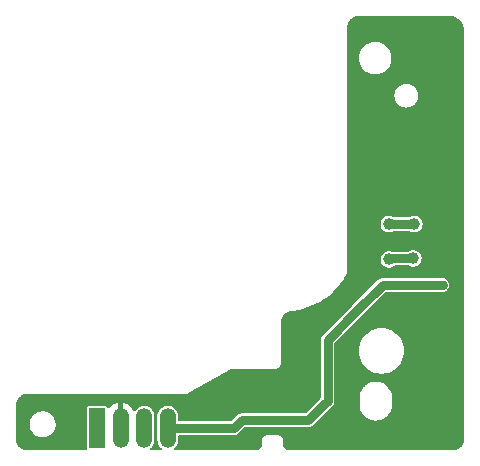
<source format=gbr>
%TF.GenerationSoftware,KiCad,Pcbnew,7.0.6*%
%TF.CreationDate,2023-09-27T22:25:32-07:00*%
%TF.ProjectId,procon_battery_pcb,70726f63-6f6e-45f6-9261-74746572795f,rev?*%
%TF.SameCoordinates,Original*%
%TF.FileFunction,Copper,L1,Top*%
%TF.FilePolarity,Positive*%
%FSLAX46Y46*%
G04 Gerber Fmt 4.6, Leading zero omitted, Abs format (unit mm)*
G04 Created by KiCad (PCBNEW 7.0.6) date 2023-09-27 22:25:32*
%MOMM*%
%LPD*%
G01*
G04 APERTURE LIST*
%TA.AperFunction,ComponentPad*%
%ADD10R,1.350000X3.350000*%
%TD*%
%TA.AperFunction,ComponentPad*%
%ADD11O,1.350000X3.350000*%
%TD*%
%TA.AperFunction,ViaPad*%
%ADD12C,1.000000*%
%TD*%
%TA.AperFunction,ViaPad*%
%ADD13C,0.750000*%
%TD*%
%TA.AperFunction,Conductor*%
%ADD14C,0.750000*%
%TD*%
G04 APERTURE END LIST*
D10*
%TO.P,J1,1,Pin_1*%
%TO.N,BATTERY_TS_TIEDOWN*%
X51607200Y-51130200D03*
D11*
%TO.P,J1,2,Pin_2*%
%TO.N,GND*%
X53607200Y-51130200D03*
%TO.P,J1,3,Pin_3*%
%TO.N,BATTERY_TS_SENSE*%
X55607200Y-51130200D03*
%TO.P,J1,4,Pin_4*%
%TO.N,BATTERY_POS*%
X57607200Y-51130200D03*
%TD*%
D12*
%TO.N,GND*%
X78486000Y-30835600D03*
X76250800Y-30861000D03*
%TO.N,unconnected-(U1-NC-Pad2)*%
X76327000Y-33858200D03*
X78486000Y-33858200D03*
%TO.N,BATTERY_POS*%
X76327000Y-36858200D03*
X78405459Y-36771345D03*
D13*
X80873600Y-39014400D03*
%TD*%
D14*
%TO.N,unconnected-(U1-NC-Pad2)*%
X78486000Y-33858200D02*
X76327000Y-33858200D01*
%TO.N,BATTERY_POS*%
X76413855Y-36771345D02*
X76327000Y-36858200D01*
X78405459Y-36771345D02*
X76413855Y-36771345D01*
X75793600Y-39014400D02*
X80873600Y-39014400D01*
X73583800Y-41224200D02*
X75793600Y-39014400D01*
X71145400Y-43662600D02*
X73583800Y-41224200D01*
X71145400Y-45085000D02*
X71145400Y-43662600D01*
X71145400Y-48818800D02*
X71145400Y-45085000D01*
X70840600Y-49123600D02*
X71145400Y-48818800D01*
X69494400Y-50469800D02*
X70840600Y-49123600D01*
X68072000Y-50469800D02*
X69494400Y-50469800D01*
X63195200Y-51130200D02*
X63779400Y-50546000D01*
X63855600Y-50469800D02*
X68072000Y-50469800D01*
X57607200Y-51130200D02*
X63195200Y-51130200D01*
X63779400Y-50546000D02*
X63855600Y-50469800D01*
%TD*%
%TA.AperFunction,Conductor*%
%TO.N,GND*%
G36*
X81448826Y-16210091D02*
G01*
X81454472Y-16210535D01*
X81503216Y-16214371D01*
X81640705Y-16226403D01*
X81658821Y-16229354D01*
X81737844Y-16248325D01*
X81846638Y-16277477D01*
X81854306Y-16280080D01*
X81925491Y-16309566D01*
X81939532Y-16315382D01*
X82036847Y-16360760D01*
X82043007Y-16364070D01*
X82110278Y-16405294D01*
X82122378Y-16412709D01*
X82125545Y-16414785D01*
X82210688Y-16474402D01*
X82215386Y-16478040D01*
X82286815Y-16539046D01*
X82290366Y-16542329D01*
X82359044Y-16611007D01*
X82363456Y-16615419D01*
X82366762Y-16618995D01*
X82427764Y-16690420D01*
X82431408Y-16695126D01*
X82490997Y-16780227D01*
X82493074Y-16783395D01*
X82541729Y-16862794D01*
X82545059Y-16868991D01*
X82590390Y-16966202D01*
X82625724Y-17051505D01*
X82628334Y-17059193D01*
X82657438Y-17167806D01*
X82676450Y-17246997D01*
X82679404Y-17265137D01*
X82691422Y-17402503D01*
X82695709Y-17456973D01*
X82695900Y-17461839D01*
X82695900Y-52026690D01*
X82695664Y-52032097D01*
X82691902Y-52075088D01*
X82679497Y-52201096D01*
X82675869Y-52221040D01*
X82657897Y-52288117D01*
X82629764Y-52380864D01*
X82623485Y-52397276D01*
X82591875Y-52465064D01*
X82590363Y-52468088D01*
X82545728Y-52551597D01*
X82541832Y-52557939D01*
X82495269Y-52624437D01*
X82492407Y-52628208D01*
X82433433Y-52700070D01*
X82429344Y-52704582D01*
X82371583Y-52762343D01*
X82367072Y-52766431D01*
X82295208Y-52825408D01*
X82291436Y-52828269D01*
X82224950Y-52874825D01*
X82218607Y-52878721D01*
X82135050Y-52923381D01*
X82132026Y-52924892D01*
X82064288Y-52956479D01*
X82047875Y-52962758D01*
X81955040Y-52990917D01*
X81888050Y-53008866D01*
X81868108Y-53012494D01*
X81742024Y-53024908D01*
X81712096Y-53027526D01*
X81699095Y-53028664D01*
X81693693Y-53028900D01*
X67879888Y-53028900D01*
X67872926Y-53028508D01*
X67848971Y-53025804D01*
X67771021Y-53015586D01*
X67746169Y-53009675D01*
X67719302Y-53000271D01*
X67710093Y-52997047D01*
X67706851Y-52995809D01*
X67654716Y-52974209D01*
X67636203Y-52964643D01*
X67600804Y-52942398D01*
X67600093Y-52941951D01*
X67595333Y-52938639D01*
X67548697Y-52902848D01*
X67542604Y-52897505D01*
X67508346Y-52863247D01*
X67502998Y-52857147D01*
X67498472Y-52851248D01*
X67467032Y-52810267D01*
X67463732Y-52805522D01*
X67462140Y-52802989D01*
X67441283Y-52769799D01*
X67431713Y-52751272D01*
X67409687Y-52698084D01*
X67408457Y-52694862D01*
X67400398Y-52671839D01*
X67396204Y-52659859D01*
X67390304Y-52635083D01*
X67379917Y-52556143D01*
X67377290Y-52532860D01*
X67376900Y-52525912D01*
X67376900Y-52311802D01*
X67384021Y-52287550D01*
X67377426Y-52237235D01*
X67376900Y-52229173D01*
X67376909Y-52173004D01*
X67374989Y-52164586D01*
X67376436Y-52141010D01*
X67365262Y-52114040D01*
X67358924Y-52094152D01*
X67354637Y-52075357D01*
X67351827Y-52063037D01*
X67341325Y-52041226D01*
X67337065Y-52015336D01*
X67322847Y-51996811D01*
X67309493Y-51975111D01*
X67302897Y-51961411D01*
X67279459Y-51932019D01*
X67268615Y-51905455D01*
X67254008Y-51894249D01*
X67237552Y-51878098D01*
X67237501Y-51878150D01*
X67227650Y-51868299D01*
X67227700Y-51868248D01*
X67211561Y-51851806D01*
X67204928Y-51843164D01*
X67200299Y-51842527D01*
X67173827Y-51826377D01*
X67144389Y-51802902D01*
X67130552Y-51796241D01*
X67108865Y-51782898D01*
X67097868Y-51774461D01*
X67096034Y-51774657D01*
X67064359Y-51764371D01*
X67062585Y-51763517D01*
X67042763Y-51753973D01*
X67042761Y-51753972D01*
X67011293Y-51746795D01*
X66991427Y-51740465D01*
X66974196Y-51733329D01*
X66940312Y-51730605D01*
X66932797Y-51728891D01*
X66932796Y-51728891D01*
X66876676Y-51728899D01*
X66868572Y-51728369D01*
X66829759Y-51723262D01*
X66793322Y-51728900D01*
X66159405Y-51728900D01*
X66134879Y-51721698D01*
X66084232Y-51728369D01*
X66076128Y-51728900D01*
X66020004Y-51728900D01*
X66012479Y-51730618D01*
X65988710Y-51729160D01*
X65961381Y-51740482D01*
X65941520Y-51746812D01*
X65910050Y-51753995D01*
X65888533Y-51764357D01*
X65862595Y-51768627D01*
X65843980Y-51782912D01*
X65822296Y-51796256D01*
X65808434Y-51802931D01*
X65808427Y-51802936D01*
X65779134Y-51826296D01*
X65752564Y-51837143D01*
X65741329Y-51851784D01*
X65725134Y-51868286D01*
X65725178Y-51868330D01*
X65720546Y-51872961D01*
X65720283Y-51873230D01*
X65720258Y-51873249D01*
X65720252Y-51873255D01*
X65720233Y-51873280D01*
X65719964Y-51873543D01*
X65715330Y-51878178D01*
X65715286Y-51878134D01*
X65698785Y-51894328D01*
X65690091Y-51900999D01*
X65689449Y-51905662D01*
X65673298Y-51932134D01*
X65649933Y-51961431D01*
X65649931Y-51961435D01*
X65643252Y-51975304D01*
X65629908Y-51996987D01*
X65621444Y-52008016D01*
X65621642Y-52009864D01*
X65611351Y-52041548D01*
X65600996Y-52063050D01*
X65593811Y-52094530D01*
X65587480Y-52114393D01*
X65580332Y-52131646D01*
X65577608Y-52165515D01*
X65575901Y-52172993D01*
X65575899Y-52173009D01*
X65575899Y-52229119D01*
X65575367Y-52237223D01*
X65570262Y-52275976D01*
X65575900Y-52312435D01*
X65575900Y-52525914D01*
X65575510Y-52532863D01*
X65572915Y-52555887D01*
X65562482Y-52635178D01*
X65556584Y-52659955D01*
X65544541Y-52694374D01*
X65543301Y-52697623D01*
X65520989Y-52751492D01*
X65511422Y-52770013D01*
X65489390Y-52805076D01*
X65486080Y-52809836D01*
X65449514Y-52857491D01*
X65444160Y-52863596D01*
X65410601Y-52897155D01*
X65404496Y-52902509D01*
X65356824Y-52939088D01*
X65352064Y-52942398D01*
X65317025Y-52964415D01*
X65298502Y-52973983D01*
X65244588Y-52996312D01*
X65241340Y-52997552D01*
X65206960Y-53009582D01*
X65182183Y-53015480D01*
X65102855Y-53025919D01*
X65096719Y-53026610D01*
X65079858Y-53028510D01*
X65072916Y-53028900D01*
X58239053Y-53028900D01*
X58172014Y-53009215D01*
X58126259Y-52956411D01*
X58116315Y-52887253D01*
X58145340Y-52823697D01*
X58158777Y-52810392D01*
X58192351Y-52781873D01*
X58246557Y-52735831D01*
X58361802Y-52584229D01*
X58441762Y-52411397D01*
X58482700Y-52225416D01*
X58482700Y-51829700D01*
X58502385Y-51762661D01*
X58555189Y-51716906D01*
X58606700Y-51705700D01*
X63153419Y-51705700D01*
X63161517Y-51706230D01*
X63181934Y-51708918D01*
X63195199Y-51710665D01*
X63195200Y-51710665D01*
X63230985Y-51705954D01*
X63231009Y-51705951D01*
X63232915Y-51705700D01*
X63232920Y-51705700D01*
X63345436Y-51690887D01*
X63485433Y-51632898D01*
X63517668Y-51608163D01*
X63575468Y-51563812D01*
X63575467Y-51563812D01*
X63583560Y-51557603D01*
X63583564Y-51557598D01*
X63605651Y-51540651D01*
X63626338Y-51513689D01*
X63631680Y-51507598D01*
X64057660Y-51081619D01*
X64118984Y-51048134D01*
X64145342Y-51045300D01*
X68034280Y-51045300D01*
X69452619Y-51045300D01*
X69460717Y-51045830D01*
X69478213Y-51048134D01*
X69494399Y-51050265D01*
X69494400Y-51050265D01*
X69530185Y-51045554D01*
X69530209Y-51045551D01*
X69532115Y-51045300D01*
X69532120Y-51045300D01*
X69644636Y-51030487D01*
X69784633Y-50972498D01*
X69844881Y-50926268D01*
X69874668Y-50903412D01*
X69874668Y-50903411D01*
X69882761Y-50897202D01*
X69882764Y-50897198D01*
X69904851Y-50880251D01*
X69925538Y-50853289D01*
X69930880Y-50847198D01*
X71274212Y-49503868D01*
X71522798Y-49255280D01*
X71528896Y-49249934D01*
X71551804Y-49232356D01*
X71555851Y-49229251D01*
X71572794Y-49207170D01*
X71572805Y-49207158D01*
X71644543Y-49113666D01*
X73843793Y-49113666D01*
X73843869Y-49115390D01*
X73843869Y-49232355D01*
X73863847Y-49352081D01*
X73863803Y-49352441D01*
X73864251Y-49354506D01*
X73881389Y-49457205D01*
X73923394Y-49579559D01*
X73923438Y-49580550D01*
X73925420Y-49585460D01*
X73955403Y-49672797D01*
X73955409Y-49672811D01*
X74020487Y-49793066D01*
X74020871Y-49794867D01*
X74021423Y-49795655D01*
X74025164Y-49801710D01*
X74063893Y-49873274D01*
X74063897Y-49873281D01*
X74063899Y-49873283D01*
X74063900Y-49873285D01*
X74148805Y-49982371D01*
X74152284Y-49986840D01*
X74153325Y-49989479D01*
X74155172Y-49991326D01*
X74160255Y-49997082D01*
X74173633Y-50014269D01*
X74181311Y-50024134D01*
X74183171Y-50026653D01*
X74202949Y-50054898D01*
X74214319Y-50062753D01*
X74215830Y-50064143D01*
X74314992Y-50155429D01*
X74316938Y-50158668D01*
X74320117Y-50160894D01*
X74326551Y-50166069D01*
X74344117Y-50182240D01*
X74368908Y-50205062D01*
X74377404Y-50213558D01*
X74389308Y-50219115D01*
X74502721Y-50293212D01*
X74503905Y-50293985D01*
X74506937Y-50297538D01*
X74507323Y-50297718D01*
X74522740Y-50306291D01*
X74562461Y-50332242D01*
X74569748Y-50336186D01*
X74575805Y-50339928D01*
X74576232Y-50340227D01*
X74588177Y-50343521D01*
X74713559Y-50398519D01*
X74717776Y-50402064D01*
X74718612Y-50402288D01*
X74736324Y-50408505D01*
X74771214Y-50423809D01*
X74774101Y-50424540D01*
X74792614Y-50431133D01*
X74805199Y-50432416D01*
X74937939Y-50466031D01*
X74943353Y-50469229D01*
X74944431Y-50469324D01*
X74964068Y-50472647D01*
X74992184Y-50479767D01*
X74992187Y-50479767D01*
X74992193Y-50479769D01*
X75003645Y-50480717D01*
X75022534Y-50484003D01*
X75034072Y-50483239D01*
X75170548Y-50494547D01*
X75177101Y-50497076D01*
X75178238Y-50496977D01*
X75199287Y-50496929D01*
X75215939Y-50498308D01*
X75219368Y-50498593D01*
X75219369Y-50498593D01*
X75219370Y-50498593D01*
X75222297Y-50498350D01*
X75239450Y-50496929D01*
X75258010Y-50496971D01*
X75268183Y-50494548D01*
X75404662Y-50483239D01*
X75412215Y-50484793D01*
X75413237Y-50484520D01*
X75435088Y-50480718D01*
X75446545Y-50479769D01*
X75474670Y-50472646D01*
X75492198Y-50469680D01*
X75500798Y-50466031D01*
X75633536Y-50432416D01*
X75641881Y-50432729D01*
X75642655Y-50432369D01*
X75664624Y-50424544D01*
X75667521Y-50423810D01*
X75667522Y-50423809D01*
X75667524Y-50423809D01*
X75702413Y-50408505D01*
X75718266Y-50402939D01*
X75725174Y-50398520D01*
X75850555Y-50343523D01*
X75859421Y-50342384D01*
X75862927Y-50339930D01*
X75868992Y-50336183D01*
X75876273Y-50332242D01*
X75876278Y-50332241D01*
X75916006Y-50306285D01*
X75929616Y-50298716D01*
X75934830Y-50293987D01*
X75934833Y-50293985D01*
X76049427Y-50219117D01*
X76058515Y-50216374D01*
X76069808Y-50205081D01*
X76112191Y-50166065D01*
X76118625Y-50160889D01*
X76120460Y-50159603D01*
X76123745Y-50155429D01*
X76128402Y-50151142D01*
X76224416Y-50062754D01*
X76233387Y-50058327D01*
X76255557Y-50026665D01*
X76257403Y-50024163D01*
X76278494Y-49997067D01*
X76283575Y-49991315D01*
X76284540Y-49990349D01*
X76286451Y-49986843D01*
X76374838Y-49873285D01*
X76413588Y-49801679D01*
X76417325Y-49795635D01*
X76417406Y-49795518D01*
X76418250Y-49793066D01*
X76483332Y-49672805D01*
X76513322Y-49585448D01*
X76515097Y-49581047D01*
X76515344Y-49579558D01*
X76557348Y-49457204D01*
X76557349Y-49457202D01*
X76574489Y-49354488D01*
X76574892Y-49352628D01*
X76574890Y-49352084D01*
X76594869Y-49232356D01*
X76594869Y-49118379D01*
X76594869Y-49117879D01*
X76594869Y-49115378D01*
X76594937Y-49113805D01*
X76594869Y-49113409D01*
X76594869Y-48619805D01*
X76594931Y-48619590D01*
X76594931Y-48587103D01*
X76595759Y-48584281D01*
X76595167Y-48577513D01*
X76594931Y-48572105D01*
X76594929Y-48454403D01*
X76594928Y-48454398D01*
X76575707Y-48339219D01*
X76575819Y-48338288D01*
X76574656Y-48332920D01*
X76564185Y-48270177D01*
X76557406Y-48229555D01*
X76516221Y-48109594D01*
X76516160Y-48108235D01*
X76516011Y-48107915D01*
X76513559Y-48101838D01*
X76483388Y-48013955D01*
X76483388Y-48013954D01*
X76483384Y-48013946D01*
X76419080Y-47895125D01*
X76418624Y-47892991D01*
X76417592Y-47891517D01*
X76413857Y-47885473D01*
X76374889Y-47813468D01*
X76287187Y-47700791D01*
X76286061Y-47697936D01*
X76283843Y-47695718D01*
X76278752Y-47689954D01*
X76256851Y-47661816D01*
X76254989Y-47659295D01*
X76235625Y-47631640D01*
X76224178Y-47623732D01*
X76124372Y-47531855D01*
X76122345Y-47528482D01*
X76118891Y-47526064D01*
X76112455Y-47520886D01*
X76069058Y-47480936D01*
X76061148Y-47473027D01*
X76049160Y-47467429D01*
X75935336Y-47393065D01*
X75932233Y-47389430D01*
X75931644Y-47389155D01*
X75916232Y-47380584D01*
X75876311Y-47354503D01*
X75868749Y-47350410D01*
X75862694Y-47346669D01*
X75862326Y-47346411D01*
X75850284Y-47343088D01*
X75725558Y-47288379D01*
X75721282Y-47284785D01*
X75720308Y-47284524D01*
X75702597Y-47278307D01*
X75685975Y-47271016D01*
X75667563Y-47262940D01*
X75667561Y-47262939D01*
X75664499Y-47262164D01*
X75645923Y-47255547D01*
X75633278Y-47254258D01*
X75560898Y-47235929D01*
X75501079Y-47220780D01*
X75495620Y-47217555D01*
X75494450Y-47217453D01*
X75474822Y-47214131D01*
X75446578Y-47206979D01*
X75446580Y-47206979D01*
X75434991Y-47206019D01*
X75416022Y-47202719D01*
X75404428Y-47203486D01*
X75268383Y-47192213D01*
X75261798Y-47189672D01*
X75260603Y-47189777D01*
X75239564Y-47189825D01*
X75219402Y-47188155D01*
X75199213Y-47189827D01*
X75180580Y-47189783D01*
X75170354Y-47192218D01*
X75034186Y-47203501D01*
X75026614Y-47201943D01*
X75025558Y-47202226D01*
X75003714Y-47206026D01*
X74992221Y-47206978D01*
X74964028Y-47214118D01*
X74946432Y-47217095D01*
X74937796Y-47220761D01*
X74805255Y-47254324D01*
X74796906Y-47254010D01*
X74796122Y-47254376D01*
X74774163Y-47262198D01*
X74771242Y-47262937D01*
X74736309Y-47278260D01*
X74720413Y-47283839D01*
X74713483Y-47288272D01*
X74588199Y-47343227D01*
X74579324Y-47344367D01*
X74575803Y-47346833D01*
X74569756Y-47350570D01*
X74562485Y-47354505D01*
X74522758Y-47380460D01*
X74509108Y-47388051D01*
X74503878Y-47392795D01*
X74389298Y-47467652D01*
X74380214Y-47470393D01*
X74368839Y-47481769D01*
X74326573Y-47520676D01*
X74320138Y-47525853D01*
X74318302Y-47527138D01*
X74315019Y-47531313D01*
X74214305Y-47624025D01*
X74205339Y-47628449D01*
X74183109Y-47660198D01*
X74181246Y-47662719D01*
X74160298Y-47689631D01*
X74155210Y-47695393D01*
X74154258Y-47696344D01*
X74152356Y-47699836D01*
X74063914Y-47813464D01*
X74063909Y-47813471D01*
X74025195Y-47885008D01*
X74021453Y-47891063D01*
X74021401Y-47891136D01*
X74020573Y-47893547D01*
X73955414Y-48013946D01*
X73925446Y-48101239D01*
X73923712Y-48105534D01*
X73923474Y-48106980D01*
X73881394Y-48229551D01*
X73864260Y-48332219D01*
X73863891Y-48333917D01*
X73863894Y-48334416D01*
X73843870Y-48454399D01*
X73843869Y-48568277D01*
X73843869Y-48571367D01*
X73843809Y-48572719D01*
X73843869Y-48573059D01*
X73843869Y-49113410D01*
X73843793Y-49113666D01*
X71644543Y-49113666D01*
X71648098Y-49109033D01*
X71662660Y-49073877D01*
X71706087Y-48969036D01*
X71708664Y-48949462D01*
X71720900Y-48856520D01*
X71720900Y-48856519D01*
X71721151Y-48854613D01*
X71721154Y-48854585D01*
X71725865Y-48818800D01*
X71725865Y-48818799D01*
X71721431Y-48785121D01*
X71720900Y-48777019D01*
X71720900Y-44596218D01*
X73782819Y-44596218D01*
X73802434Y-44870481D01*
X73860878Y-45139142D01*
X73956972Y-45396780D01*
X74088739Y-45638094D01*
X74088744Y-45638102D01*
X74253513Y-45858208D01*
X74253529Y-45858226D01*
X74447935Y-46052632D01*
X74447953Y-46052648D01*
X74668059Y-46217417D01*
X74668067Y-46217422D01*
X74909381Y-46349189D01*
X74909385Y-46349190D01*
X74909388Y-46349192D01*
X75167011Y-46445281D01*
X75167017Y-46445282D01*
X75167019Y-46445283D01*
X75435680Y-46503727D01*
X75435682Y-46503727D01*
X75435686Y-46503728D01*
X75679409Y-46521159D01*
X75709944Y-46523343D01*
X75709945Y-46523343D01*
X75709946Y-46523343D01*
X75737421Y-46521377D01*
X75984204Y-46503728D01*
X76252879Y-46445281D01*
X76510502Y-46349192D01*
X76510506Y-46349189D01*
X76510508Y-46349189D01*
X76631165Y-46283305D01*
X76751828Y-46217419D01*
X76971944Y-46052642D01*
X77166370Y-45858216D01*
X77331147Y-45638100D01*
X77462920Y-45396774D01*
X77559009Y-45139151D01*
X77617456Y-44870476D01*
X77637071Y-44596217D01*
X77617456Y-44321958D01*
X77559009Y-44053283D01*
X77462920Y-43795660D01*
X77462918Y-43795657D01*
X77462917Y-43795653D01*
X77331150Y-43554339D01*
X77331145Y-43554331D01*
X77166376Y-43334225D01*
X77166360Y-43334207D01*
X76971954Y-43139801D01*
X76971936Y-43139785D01*
X76751830Y-42975016D01*
X76751822Y-42975011D01*
X76510508Y-42843244D01*
X76407452Y-42804806D01*
X76252879Y-42747153D01*
X76252876Y-42747152D01*
X76252870Y-42747150D01*
X75984209Y-42688706D01*
X75709946Y-42669091D01*
X75709944Y-42669091D01*
X75435680Y-42688706D01*
X75167019Y-42747150D01*
X74909381Y-42843244D01*
X74668067Y-42975011D01*
X74668059Y-42975016D01*
X74447953Y-43139785D01*
X74447935Y-43139801D01*
X74253529Y-43334207D01*
X74253513Y-43334225D01*
X74088744Y-43554331D01*
X74088739Y-43554339D01*
X73956972Y-43795653D01*
X73860878Y-44053291D01*
X73802434Y-44321952D01*
X73782819Y-44596215D01*
X73782819Y-44596218D01*
X71720900Y-44596218D01*
X71720900Y-43952342D01*
X71740585Y-43885303D01*
X71757219Y-43864661D01*
X75995661Y-39626219D01*
X76056984Y-39592734D01*
X76083342Y-39589900D01*
X80831814Y-39589900D01*
X80839911Y-39590430D01*
X80873600Y-39594866D01*
X80873601Y-39594866D01*
X80923678Y-39588273D01*
X81023836Y-39575087D01*
X81163833Y-39517098D01*
X81284051Y-39424851D01*
X81376298Y-39304633D01*
X81434287Y-39164636D01*
X81454066Y-39014400D01*
X81434287Y-38864164D01*
X81376298Y-38724167D01*
X81284051Y-38603949D01*
X81163833Y-38511702D01*
X81163829Y-38511700D01*
X81023836Y-38453713D01*
X81023834Y-38453712D01*
X80873601Y-38433934D01*
X80873600Y-38433934D01*
X80839911Y-38438369D01*
X80831814Y-38438900D01*
X75835381Y-38438900D01*
X75827282Y-38438369D01*
X75806865Y-38435681D01*
X75793601Y-38433935D01*
X75793599Y-38433935D01*
X75758254Y-38438588D01*
X75758225Y-38438590D01*
X75622037Y-38456519D01*
X75621230Y-38457667D01*
X75591457Y-38475213D01*
X75503366Y-38511702D01*
X75414445Y-38579933D01*
X75414424Y-38579949D01*
X75383148Y-38603950D01*
X75362461Y-38630907D01*
X75357110Y-38637008D01*
X73203532Y-40790588D01*
X70768008Y-43226110D01*
X70761907Y-43231461D01*
X70734950Y-43252148D01*
X70710949Y-43283424D01*
X70710934Y-43283445D01*
X70671975Y-43334218D01*
X70642700Y-43372369D01*
X70584713Y-43512363D01*
X70584713Y-43512364D01*
X70569357Y-43629006D01*
X70569355Y-43629019D01*
X70564935Y-43662600D01*
X70569369Y-43696278D01*
X70569900Y-43704380D01*
X70569900Y-48529056D01*
X70550215Y-48596095D01*
X70533582Y-48616736D01*
X70516974Y-48633345D01*
X70460332Y-48689988D01*
X69868682Y-49281638D01*
X69292339Y-49857981D01*
X69231016Y-49891466D01*
X69204658Y-49894300D01*
X63897381Y-49894300D01*
X63889282Y-49893769D01*
X63868865Y-49891081D01*
X63855601Y-49889335D01*
X63855600Y-49889335D01*
X63851298Y-49889901D01*
X63822019Y-49893755D01*
X63822006Y-49893757D01*
X63817881Y-49894300D01*
X63817880Y-49894300D01*
X63705364Y-49909113D01*
X63705363Y-49909113D01*
X63576202Y-49962614D01*
X63565365Y-49967102D01*
X63476445Y-50035333D01*
X63476424Y-50035349D01*
X63445148Y-50059350D01*
X63424462Y-50086306D01*
X63419111Y-50092407D01*
X63381692Y-50129828D01*
X63381690Y-50129829D01*
X62993139Y-50518381D01*
X62931816Y-50551866D01*
X62905458Y-50554700D01*
X58606700Y-50554700D01*
X58539661Y-50535015D01*
X58493906Y-50482211D01*
X58482700Y-50430700D01*
X58482700Y-50082741D01*
X58482700Y-50082735D01*
X58467273Y-49940884D01*
X58406467Y-49760420D01*
X58308289Y-49597246D01*
X58177329Y-49458993D01*
X58177328Y-49458992D01*
X58177327Y-49458991D01*
X58019706Y-49352122D01*
X57842806Y-49281638D01*
X57717761Y-49261139D01*
X57654878Y-49250830D01*
X57654875Y-49250830D01*
X57464723Y-49261139D01*
X57323662Y-49300305D01*
X57281233Y-49312086D01*
X57281232Y-49312086D01*
X57281230Y-49312087D01*
X57281227Y-49312088D01*
X57112982Y-49401287D01*
X57112979Y-49401288D01*
X56967843Y-49524568D01*
X56852596Y-49676173D01*
X56852595Y-49676174D01*
X56772636Y-49849006D01*
X56731700Y-50034983D01*
X56731700Y-52177666D01*
X56742392Y-52275976D01*
X56747127Y-52319516D01*
X56796168Y-52465064D01*
X56807934Y-52499982D01*
X56862004Y-52589847D01*
X56906111Y-52663154D01*
X57037071Y-52801407D01*
X57037746Y-52801865D01*
X57038336Y-52802265D01*
X57038933Y-52802989D01*
X57042196Y-52805761D01*
X57041699Y-52806345D01*
X57082778Y-52856179D01*
X57091018Y-52925561D01*
X57060438Y-52988383D01*
X57000749Y-53024700D01*
X56968751Y-53028900D01*
X56239053Y-53028900D01*
X56172014Y-53009215D01*
X56126259Y-52956411D01*
X56116315Y-52887253D01*
X56145340Y-52823697D01*
X56158777Y-52810392D01*
X56192351Y-52781873D01*
X56246557Y-52735831D01*
X56361802Y-52584229D01*
X56441762Y-52411397D01*
X56482700Y-52225416D01*
X56482700Y-50082735D01*
X56467273Y-49940884D01*
X56406467Y-49760420D01*
X56308289Y-49597246D01*
X56177329Y-49458993D01*
X56177328Y-49458992D01*
X56177327Y-49458991D01*
X56019706Y-49352122D01*
X55842806Y-49281638D01*
X55717761Y-49261139D01*
X55654878Y-49250830D01*
X55654875Y-49250830D01*
X55464723Y-49261139D01*
X55323662Y-49300305D01*
X55281233Y-49312086D01*
X55281232Y-49312086D01*
X55281230Y-49312087D01*
X55281227Y-49312088D01*
X55112982Y-49401287D01*
X55112979Y-49401288D01*
X54967842Y-49524569D01*
X54877372Y-49643580D01*
X54821131Y-49685037D01*
X54751404Y-49689506D01*
X54690330Y-49655569D01*
X54667657Y-49623809D01*
X54610485Y-49508993D01*
X54479254Y-49335214D01*
X54318331Y-49188514D01*
X54133187Y-49073877D01*
X54133185Y-49073876D01*
X53930131Y-48995213D01*
X53930121Y-48995210D01*
X53857201Y-48981578D01*
X53857199Y-48981579D01*
X53857199Y-50814513D01*
X53845245Y-50802559D01*
X53732348Y-50745035D01*
X53638681Y-50730200D01*
X53575719Y-50730200D01*
X53482052Y-50745035D01*
X53369155Y-50802559D01*
X53357200Y-50814514D01*
X53357200Y-48981579D01*
X53357198Y-48981578D01*
X53284278Y-48995210D01*
X53284268Y-48995213D01*
X53081214Y-49073876D01*
X53081212Y-49073877D01*
X52896069Y-49188514D01*
X52896068Y-49188514D01*
X52735144Y-49335215D01*
X52684026Y-49402905D01*
X52627917Y-49444540D01*
X52558205Y-49449231D01*
X52497023Y-49415488D01*
X52478063Y-49386981D01*
X52477852Y-49387123D01*
X52426752Y-49310647D01*
X52360430Y-49266332D01*
X52360429Y-49266331D01*
X52301952Y-49254700D01*
X52301948Y-49254700D01*
X50912452Y-49254700D01*
X50912447Y-49254700D01*
X50853970Y-49266331D01*
X50853969Y-49266332D01*
X50787647Y-49310647D01*
X50743332Y-49376969D01*
X50743331Y-49376970D01*
X50731700Y-49435447D01*
X50731700Y-52824952D01*
X50742791Y-52880709D01*
X50736564Y-52950300D01*
X50693701Y-53005478D01*
X50627811Y-53028722D01*
X50621174Y-53028900D01*
X45749110Y-53028900D01*
X45743698Y-53028663D01*
X45698844Y-53024735D01*
X45575193Y-53012605D01*
X45555198Y-53008970D01*
X45485284Y-52990232D01*
X45395466Y-52962981D01*
X45379056Y-52956701D01*
X45309476Y-52924251D01*
X45306453Y-52922739D01*
X45224733Y-52879055D01*
X45218393Y-52875160D01*
X45150640Y-52827717D01*
X45146868Y-52824854D01*
X45076232Y-52766881D01*
X45071733Y-52762803D01*
X45013051Y-52704121D01*
X45008971Y-52699619D01*
X44950822Y-52628757D01*
X44947962Y-52624988D01*
X44934267Y-52605431D01*
X44900779Y-52557607D01*
X44896883Y-52551264D01*
X44852766Y-52468717D01*
X44851256Y-52465698D01*
X44819251Y-52397072D01*
X44812968Y-52380651D01*
X44785093Y-52288746D01*
X44766918Y-52220934D01*
X44763295Y-52201024D01*
X44750932Y-52075442D01*
X44747137Y-52032104D01*
X44746900Y-52026692D01*
X44746900Y-50808722D01*
X45910680Y-50808722D01*
X45929497Y-51011804D01*
X45985312Y-51207969D01*
X45985317Y-51207982D01*
X46076222Y-51390543D01*
X46199132Y-51553303D01*
X46349853Y-51690702D01*
X46349855Y-51690704D01*
X46475706Y-51768627D01*
X46523258Y-51798070D01*
X46554758Y-51810273D01*
X46557822Y-51811566D01*
X46557897Y-51811592D01*
X46557899Y-51811593D01*
X46558916Y-51811945D01*
X46560394Y-51812457D01*
X46638780Y-51842823D01*
X46713439Y-51871746D01*
X46746290Y-51877887D01*
X46749503Y-51878576D01*
X46755965Y-51880144D01*
X46755970Y-51880146D01*
X46755974Y-51880146D01*
X46755976Y-51880147D01*
X46766388Y-51881644D01*
X46793591Y-51886729D01*
X46913919Y-51909222D01*
X46913921Y-51909222D01*
X46949332Y-51909222D01*
X46957538Y-51909808D01*
X46957544Y-51909694D01*
X46963432Y-51909974D01*
X46963436Y-51909975D01*
X46963439Y-51909974D01*
X46963443Y-51909975D01*
X46971849Y-51909575D01*
X46971859Y-51909577D01*
X46977833Y-51909292D01*
X46980786Y-51909222D01*
X47117870Y-51909222D01*
X47117871Y-51909222D01*
X47161093Y-51901142D01*
X47169541Y-51900157D01*
X47172797Y-51900002D01*
X47172799Y-51900001D01*
X47174676Y-51899912D01*
X47174722Y-51899907D01*
X47207809Y-51898330D01*
X47238189Y-51886730D01*
X47318351Y-51871746D01*
X47363276Y-51854341D01*
X47371040Y-51851908D01*
X47376488Y-51850587D01*
X47376491Y-51850585D01*
X47379235Y-51849920D01*
X47379265Y-51849912D01*
X47408481Y-51842823D01*
X47434894Y-51826597D01*
X47496059Y-51802902D01*
X47508530Y-51798071D01*
X47508535Y-51798068D01*
X47553139Y-51770450D01*
X47559987Y-51766786D01*
X47567146Y-51763517D01*
X47567149Y-51763514D01*
X47571470Y-51761542D01*
X47573423Y-51760650D01*
X47574677Y-51760469D01*
X47577924Y-51758594D01*
X47595140Y-51750732D01*
X47616923Y-51730956D01*
X47681936Y-51690703D01*
X47723948Y-51652403D01*
X47729704Y-51647758D01*
X47737880Y-51641937D01*
X47737884Y-51641932D01*
X47737972Y-51641870D01*
X47740801Y-51640890D01*
X47747517Y-51635072D01*
X47761191Y-51625334D01*
X47777948Y-51603175D01*
X47832659Y-51553301D01*
X47869586Y-51504400D01*
X47874173Y-51499000D01*
X47877102Y-51495925D01*
X47878179Y-51494796D01*
X47882197Y-51492474D01*
X47890694Y-51481671D01*
X47900734Y-51471141D01*
X47912350Y-51447772D01*
X47955568Y-51390543D01*
X47982717Y-51336019D01*
X47990234Y-51327911D01*
X47991436Y-51324909D01*
X48002237Y-51303957D01*
X48008888Y-51293606D01*
X48015502Y-51270177D01*
X48046477Y-51207972D01*
X48063493Y-51148165D01*
X48070238Y-51137472D01*
X48071491Y-51130975D01*
X48078135Y-51108348D01*
X48081842Y-51099087D01*
X48083843Y-51076643D01*
X48102292Y-51011805D01*
X48109263Y-50936567D01*
X48110112Y-50930602D01*
X48113405Y-50913521D01*
X48113405Y-50913516D01*
X48117074Y-50894480D01*
X48115068Y-50873917D01*
X48121110Y-50808722D01*
X48115068Y-50743526D01*
X48118075Y-50728155D01*
X48110115Y-50686854D01*
X48109263Y-50680870D01*
X48102292Y-50605639D01*
X48083843Y-50540798D01*
X48083986Y-50523708D01*
X48078134Y-50509091D01*
X48071492Y-50486468D01*
X48071047Y-50484162D01*
X48063494Y-50469280D01*
X48046477Y-50409472D01*
X48046476Y-50409469D01*
X48046475Y-50409466D01*
X48015503Y-50347268D01*
X48012260Y-50329081D01*
X48002237Y-50313484D01*
X47991786Y-50293212D01*
X47982719Y-50281427D01*
X47955568Y-50226901D01*
X47955565Y-50226897D01*
X47955564Y-50226895D01*
X47912351Y-50169671D01*
X47905351Y-50151142D01*
X47890692Y-50135769D01*
X47884039Y-50127310D01*
X47878211Y-50122679D01*
X47874194Y-50118466D01*
X47869587Y-50113044D01*
X47846704Y-50082741D01*
X47832661Y-50064144D01*
X47832659Y-50064142D01*
X47777950Y-50014269D01*
X47766996Y-49996241D01*
X47747518Y-49982371D01*
X47742264Y-49977818D01*
X47737960Y-49975564D01*
X47729727Y-49969700D01*
X47723919Y-49965013D01*
X47697449Y-49940883D01*
X47681936Y-49926741D01*
X47681929Y-49926737D01*
X47681927Y-49926735D01*
X47616924Y-49886487D01*
X47602008Y-49869846D01*
X47577924Y-49858848D01*
X47575428Y-49857407D01*
X47573481Y-49856819D01*
X47559999Y-49850662D01*
X47553109Y-49846975D01*
X47508532Y-49819374D01*
X47447306Y-49795655D01*
X47434888Y-49790844D01*
X47416215Y-49776494D01*
X47376159Y-49766777D01*
X47374111Y-49766280D01*
X47371050Y-49765537D01*
X47363265Y-49763097D01*
X47332540Y-49751195D01*
X47318351Y-49745698D01*
X47318342Y-49745696D01*
X47318341Y-49745696D01*
X47238179Y-49730710D01*
X47216142Y-49719505D01*
X47169536Y-49717285D01*
X47161086Y-49716299D01*
X47117875Y-49708222D01*
X47117871Y-49708222D01*
X46980729Y-49708222D01*
X46977779Y-49708152D01*
X46963435Y-49707468D01*
X46957544Y-49707750D01*
X46957538Y-49707635D01*
X46949332Y-49708222D01*
X46913919Y-49708222D01*
X46870711Y-49716299D01*
X46766386Y-49735800D01*
X46755967Y-49737298D01*
X46749488Y-49738870D01*
X46746268Y-49739561D01*
X46713443Y-49745697D01*
X46713433Y-49745699D01*
X46560391Y-49804988D01*
X46557810Y-49805881D01*
X46554706Y-49807190D01*
X46523258Y-49819373D01*
X46523256Y-49819374D01*
X46349852Y-49926742D01*
X46199132Y-50064140D01*
X46076222Y-50226900D01*
X45985317Y-50409461D01*
X45985312Y-50409474D01*
X45929497Y-50605639D01*
X45910680Y-50808721D01*
X45910680Y-50808722D01*
X44746900Y-50808722D01*
X44746900Y-49212106D01*
X44747136Y-49206700D01*
X44750857Y-49164171D01*
X44755859Y-49113410D01*
X44763332Y-49037574D01*
X44766956Y-49017656D01*
X44784707Y-48951409D01*
X44813134Y-48857709D01*
X44819393Y-48841352D01*
X44850681Y-48774255D01*
X44852133Y-48771350D01*
X44897261Y-48686925D01*
X44901130Y-48680625D01*
X44947255Y-48614753D01*
X44950081Y-48611028D01*
X45009668Y-48538422D01*
X45013707Y-48533965D01*
X45070959Y-48476713D01*
X45075425Y-48472665D01*
X45148019Y-48413087D01*
X45151737Y-48410266D01*
X45217642Y-48364119D01*
X45223925Y-48360259D01*
X45308306Y-48315155D01*
X45311240Y-48313688D01*
X45378375Y-48282383D01*
X45394722Y-48276128D01*
X45488345Y-48247724D01*
X45554674Y-48229952D01*
X45574591Y-48226328D01*
X45701015Y-48213870D01*
X45743705Y-48210135D01*
X45749106Y-48209900D01*
X59329855Y-48209900D01*
X59338139Y-48210990D01*
X59342410Y-48210429D01*
X59345050Y-48210256D01*
X59346481Y-48210026D01*
X59348936Y-48209084D01*
X59351383Y-48208260D01*
X59354130Y-48206897D01*
X59361223Y-48201447D01*
X61748996Y-46827661D01*
X62967821Y-46126420D01*
X63029659Y-46109900D01*
X66593518Y-46109900D01*
X66617994Y-46117087D01*
X66668569Y-46110431D01*
X66676668Y-46109900D01*
X66732791Y-46109900D01*
X66732793Y-46109900D01*
X66740591Y-46108120D01*
X66764273Y-46109569D01*
X66791485Y-46098300D01*
X66811339Y-46091973D01*
X66842751Y-46084803D01*
X66864517Y-46074321D01*
X66890385Y-46070060D01*
X66908922Y-46055837D01*
X66930604Y-46042494D01*
X66944367Y-46035867D01*
X66973845Y-46012358D01*
X67000373Y-46001527D01*
X67011567Y-45986939D01*
X67027677Y-45970525D01*
X67027622Y-45970470D01*
X67037470Y-45960622D01*
X67037525Y-45960677D01*
X67053941Y-45944566D01*
X67062567Y-45937947D01*
X67063204Y-45933322D01*
X67079355Y-45906848D01*
X67102867Y-45877367D01*
X67102869Y-45877363D01*
X67109489Y-45863618D01*
X67122833Y-45841933D01*
X67131213Y-45831010D01*
X67131022Y-45829214D01*
X67141312Y-45797534D01*
X67151803Y-45775751D01*
X67158968Y-45744361D01*
X67165296Y-45724503D01*
X67172393Y-45707366D01*
X67175108Y-45673641D01*
X67176900Y-45665793D01*
X67176900Y-45609660D01*
X67177430Y-45601562D01*
X67182519Y-45562887D01*
X67176900Y-45526549D01*
X67176900Y-42204450D01*
X67177162Y-42198759D01*
X67180364Y-42163999D01*
X67195689Y-42018634D01*
X67199678Y-41997930D01*
X67218466Y-41931497D01*
X67252086Y-41828326D01*
X67258835Y-41811776D01*
X67292421Y-41743878D01*
X67294320Y-41740334D01*
X67346934Y-41649498D01*
X67350935Y-41643443D01*
X67400399Y-41577437D01*
X67403962Y-41573110D01*
X67473330Y-41496370D01*
X67477290Y-41492373D01*
X67537966Y-41436530D01*
X67543601Y-41431927D01*
X67628680Y-41370436D01*
X67632017Y-41368187D01*
X67696198Y-41327931D01*
X67711952Y-41319568D01*
X67781592Y-41288814D01*
X67811249Y-41275719D01*
X67834413Y-41266560D01*
X67875423Y-41250349D01*
X67895634Y-41244291D01*
X68038876Y-41214378D01*
X68072956Y-41207728D01*
X68078623Y-41206893D01*
X68127045Y-41202031D01*
X68127769Y-41201875D01*
X68256297Y-41188899D01*
X68304638Y-41184019D01*
X68304640Y-41184018D01*
X68304646Y-41184018D01*
X68585127Y-41133556D01*
X68654518Y-41123595D01*
X68665268Y-41119138D01*
X68739428Y-41105796D01*
X68757436Y-41102557D01*
X68757435Y-41102557D01*
X68757441Y-41102556D01*
X69086612Y-41016680D01*
X69126381Y-41007525D01*
X69131275Y-41005029D01*
X69202606Y-40986420D01*
X69637490Y-40836304D01*
X69637489Y-40836304D01*
X69637493Y-40836303D01*
X70059505Y-40653098D01*
X70264562Y-40544575D01*
X70466132Y-40437898D01*
X70466137Y-40437895D01*
X70854950Y-40191985D01*
X70854951Y-40191983D01*
X70854956Y-40191981D01*
X71223660Y-39916814D01*
X71223660Y-39916813D01*
X71223668Y-39916808D01*
X71570047Y-39614034D01*
X71570048Y-39614033D01*
X71892051Y-39285450D01*
X71892051Y-39285451D01*
X72187759Y-38933014D01*
X72187758Y-38933014D01*
X72187765Y-38933006D01*
X72230101Y-38873817D01*
X72233418Y-38871220D01*
X72256292Y-38837201D01*
X72455419Y-38558812D01*
X72455418Y-38558813D01*
X72503339Y-38479537D01*
X72509977Y-38473458D01*
X72544868Y-38410837D01*
X72693419Y-38165094D01*
X72693423Y-38165088D01*
X72715868Y-38120494D01*
X72787430Y-37978328D01*
X72791421Y-37972879D01*
X72795946Y-37961827D01*
X72797922Y-37957484D01*
X72799444Y-37954453D01*
X72796900Y-37938671D01*
X72796900Y-36858200D01*
X75621355Y-36858200D01*
X75641859Y-37027069D01*
X75641860Y-37027074D01*
X75702182Y-37186131D01*
X75738865Y-37239274D01*
X75798817Y-37326129D01*
X75904505Y-37419760D01*
X75926150Y-37438936D01*
X76076773Y-37517989D01*
X76076775Y-37517990D01*
X76241944Y-37558700D01*
X76412056Y-37558700D01*
X76577225Y-37517990D01*
X76727852Y-37438934D01*
X76772982Y-37398951D01*
X76796599Y-37378030D01*
X76859832Y-37348308D01*
X76878826Y-37346845D01*
X77964071Y-37346845D01*
X78021697Y-37361049D01*
X78155232Y-37431134D01*
X78155234Y-37431135D01*
X78320403Y-37471845D01*
X78490515Y-37471845D01*
X78655684Y-37431135D01*
X78756866Y-37378030D01*
X78806308Y-37352081D01*
X78806309Y-37352079D01*
X78806311Y-37352079D01*
X78933642Y-37239274D01*
X79030277Y-37099275D01*
X79090599Y-36940217D01*
X79111104Y-36771345D01*
X79090599Y-36602473D01*
X79030277Y-36443415D01*
X78933642Y-36303416D01*
X78838775Y-36219371D01*
X78806308Y-36190608D01*
X78655685Y-36111555D01*
X78490515Y-36070845D01*
X78320403Y-36070845D01*
X78155232Y-36111555D01*
X78021697Y-36181641D01*
X77964071Y-36195845D01*
X76581875Y-36195845D01*
X76552200Y-36192242D01*
X76412056Y-36157700D01*
X76241944Y-36157700D01*
X76076773Y-36198410D01*
X75926150Y-36277463D01*
X75798816Y-36390272D01*
X75702182Y-36530268D01*
X75641860Y-36689325D01*
X75641859Y-36689330D01*
X75621355Y-36858200D01*
X72796900Y-36858200D01*
X72796900Y-33858199D01*
X75621355Y-33858199D01*
X75641859Y-34027069D01*
X75641860Y-34027074D01*
X75702182Y-34186131D01*
X75764475Y-34276377D01*
X75798817Y-34326129D01*
X75904505Y-34419760D01*
X75926150Y-34438936D01*
X76076773Y-34517989D01*
X76076775Y-34517990D01*
X76241944Y-34558700D01*
X76412056Y-34558700D01*
X76577225Y-34517990D01*
X76651474Y-34479020D01*
X76710762Y-34447904D01*
X76768388Y-34433700D01*
X78044612Y-34433700D01*
X78102238Y-34447904D01*
X78235773Y-34517989D01*
X78235775Y-34517990D01*
X78400944Y-34558700D01*
X78571056Y-34558700D01*
X78736225Y-34517990D01*
X78815692Y-34476281D01*
X78886849Y-34438936D01*
X78886850Y-34438934D01*
X78886852Y-34438934D01*
X79014183Y-34326129D01*
X79110818Y-34186130D01*
X79171140Y-34027072D01*
X79191645Y-33858200D01*
X79171140Y-33689328D01*
X79110818Y-33530270D01*
X79014183Y-33390271D01*
X78886852Y-33277466D01*
X78886849Y-33277463D01*
X78736226Y-33198410D01*
X78571056Y-33157700D01*
X78400944Y-33157700D01*
X78235773Y-33198410D01*
X78102238Y-33268496D01*
X78044612Y-33282700D01*
X76768388Y-33282700D01*
X76710762Y-33268496D01*
X76577226Y-33198410D01*
X76412056Y-33157700D01*
X76241944Y-33157700D01*
X76076773Y-33198410D01*
X75926150Y-33277463D01*
X75798816Y-33390272D01*
X75702182Y-33530268D01*
X75641860Y-33689325D01*
X75641859Y-33689330D01*
X75621355Y-33858199D01*
X72796900Y-33858199D01*
X72796900Y-22990100D01*
X76804243Y-22990100D01*
X76823559Y-23186229D01*
X76823560Y-23186232D01*
X76851595Y-23278652D01*
X76880772Y-23374833D01*
X76973670Y-23548632D01*
X76973674Y-23548639D01*
X77098700Y-23700983D01*
X77251044Y-23826009D01*
X77251051Y-23826013D01*
X77251053Y-23826014D01*
X77424857Y-23918914D01*
X77455521Y-23928216D01*
X77459020Y-23929394D01*
X77461380Y-23930268D01*
X77461383Y-23930270D01*
X77467589Y-23931876D01*
X77613452Y-23976124D01*
X77644246Y-23979156D01*
X77651495Y-23980444D01*
X77651539Y-23980163D01*
X77657762Y-23981116D01*
X77657766Y-23981117D01*
X77666371Y-23981553D01*
X77666389Y-23981559D01*
X77669530Y-23981718D01*
X77672445Y-23981934D01*
X77809584Y-23995441D01*
X77844787Y-23991973D01*
X77854084Y-23991753D01*
X77854082Y-23991710D01*
X77860350Y-23991391D01*
X77860364Y-23991392D01*
X77860792Y-23991326D01*
X77876130Y-23988977D01*
X77879430Y-23988561D01*
X78005716Y-23976124D01*
X78043875Y-23964548D01*
X78060393Y-23960799D01*
X78060874Y-23960674D01*
X78060883Y-23960673D01*
X78078287Y-23954227D01*
X78081811Y-23953040D01*
X78194311Y-23918914D01*
X78237237Y-23895969D01*
X78244917Y-23892515D01*
X78257255Y-23887946D01*
X78258878Y-23887833D01*
X78262945Y-23885839D01*
X78280390Y-23879378D01*
X78305347Y-23859563D01*
X78368122Y-23826010D01*
X78409213Y-23792286D01*
X78415717Y-23787621D01*
X78422680Y-23783281D01*
X78426107Y-23782326D01*
X78433969Y-23776241D01*
X78447999Y-23767495D01*
X78467431Y-23744507D01*
X78520467Y-23700983D01*
X78554551Y-23659451D01*
X78562924Y-23653747D01*
X78563096Y-23653501D01*
X78579445Y-23634457D01*
X78589868Y-23624548D01*
X78603533Y-23599767D01*
X78645494Y-23548638D01*
X78671281Y-23500393D01*
X78679653Y-23491869D01*
X78681213Y-23488236D01*
X78693390Y-23466297D01*
X78700375Y-23456260D01*
X78708329Y-23431080D01*
X78738398Y-23374827D01*
X78754666Y-23321198D01*
X78762172Y-23309742D01*
X78763642Y-23302594D01*
X78771154Y-23278652D01*
X78775095Y-23269466D01*
X78777732Y-23245158D01*
X78795608Y-23186232D01*
X78802700Y-23114222D01*
X78803667Y-23107839D01*
X78807019Y-23091529D01*
X78807019Y-23091526D01*
X78811102Y-23071660D01*
X78809090Y-23049340D01*
X78814925Y-22990100D01*
X78809090Y-22930859D01*
X78812257Y-22914158D01*
X78803669Y-22872370D01*
X78802698Y-22865960D01*
X78795608Y-22793968D01*
X78795607Y-22793967D01*
X78777733Y-22735045D01*
X78777568Y-22716492D01*
X78771154Y-22701546D01*
X78763642Y-22677606D01*
X78763103Y-22674985D01*
X78754667Y-22659004D01*
X78738398Y-22605373D01*
X78738397Y-22605372D01*
X78738397Y-22605370D01*
X78708330Y-22549119D01*
X78704244Y-22529495D01*
X78693391Y-22513902D01*
X78681275Y-22492074D01*
X78671280Y-22479805D01*
X78645494Y-22431562D01*
X78603531Y-22380431D01*
X78595131Y-22360651D01*
X78579442Y-22345738D01*
X78566304Y-22330434D01*
X78554548Y-22320745D01*
X78520466Y-22279215D01*
X78467432Y-22235691D01*
X78454557Y-22216789D01*
X78433968Y-22203956D01*
X78427987Y-22199326D01*
X78422657Y-22196904D01*
X78415729Y-22192585D01*
X78409195Y-22187898D01*
X78368122Y-22154190D01*
X78368121Y-22154189D01*
X78368116Y-22154185D01*
X78305345Y-22120634D01*
X78288067Y-22103662D01*
X78262943Y-22094358D01*
X78259871Y-22092851D01*
X78257257Y-22092252D01*
X78244914Y-22087682D01*
X78237208Y-22084215D01*
X78194310Y-22061285D01*
X78081837Y-22027166D01*
X78078305Y-22025978D01*
X78060879Y-22019525D01*
X78060458Y-22019416D01*
X78043860Y-22015647D01*
X78005714Y-22004075D01*
X77879451Y-21991639D01*
X77876139Y-21991223D01*
X77860388Y-21988809D01*
X77854088Y-21988490D01*
X77854090Y-21988447D01*
X77844789Y-21988225D01*
X77809587Y-21984759D01*
X77809583Y-21984759D01*
X77672516Y-21998257D01*
X77669598Y-21998475D01*
X77666414Y-21998637D01*
X77666381Y-21998646D01*
X77657761Y-21999083D01*
X77651558Y-22000034D01*
X77651515Y-21999754D01*
X77644263Y-22001041D01*
X77613453Y-22004075D01*
X77467593Y-22048321D01*
X77461377Y-22049931D01*
X77459014Y-22050806D01*
X77455487Y-22051993D01*
X77424854Y-22061286D01*
X77251051Y-22154186D01*
X77251044Y-22154190D01*
X77098700Y-22279216D01*
X76973674Y-22431560D01*
X76973670Y-22431567D01*
X76880772Y-22605366D01*
X76823559Y-22793970D01*
X76804243Y-22990100D01*
X72796900Y-22990100D01*
X72796900Y-19798433D01*
X73788501Y-19798433D01*
X73807323Y-20025595D01*
X73807325Y-20025606D01*
X73863284Y-20246582D01*
X73954852Y-20455335D01*
X74079529Y-20646169D01*
X74233923Y-20813885D01*
X74233927Y-20813888D01*
X74413805Y-20953893D01*
X74413809Y-20953896D01*
X74508201Y-21004978D01*
X74512259Y-21009006D01*
X74533462Y-21018791D01*
X74536989Y-21020557D01*
X74614289Y-21062390D01*
X74650575Y-21074847D01*
X74653557Y-21075957D01*
X74655107Y-21076579D01*
X74655111Y-21076581D01*
X74658865Y-21077730D01*
X74659881Y-21078042D01*
X74829886Y-21136405D01*
X74829888Y-21136405D01*
X74829892Y-21136407D01*
X74871100Y-21143283D01*
X74879103Y-21145173D01*
X74881151Y-21145803D01*
X74881159Y-21145805D01*
X74915848Y-21156427D01*
X74946886Y-21155930D01*
X75054738Y-21173927D01*
X75100473Y-21173927D01*
X75108358Y-21174430D01*
X75146633Y-21179332D01*
X75175950Y-21173927D01*
X75282694Y-21173927D01*
X75293481Y-21172126D01*
X75331849Y-21165724D01*
X75339392Y-21164937D01*
X75343680Y-21164755D01*
X75343687Y-21164753D01*
X75377998Y-21163296D01*
X75404789Y-21153552D01*
X75507538Y-21136407D01*
X75558604Y-21118875D01*
X75565629Y-21116921D01*
X75572074Y-21115533D01*
X75572077Y-21115531D01*
X75574201Y-21115074D01*
X75574249Y-21115062D01*
X75603349Y-21108790D01*
X75626994Y-21095397D01*
X75723141Y-21062390D01*
X75774305Y-21034701D01*
X75780672Y-21031711D01*
X75816311Y-21017391D01*
X75836369Y-21001114D01*
X75923621Y-20953896D01*
X75972922Y-20915522D01*
X75978457Y-20911682D01*
X75987814Y-20905921D01*
X75987818Y-20905917D01*
X75989274Y-20905021D01*
X75989297Y-20905006D01*
X76010944Y-20891677D01*
X76027090Y-20873362D01*
X76103509Y-20813883D01*
X76148772Y-20764713D01*
X76153416Y-20760173D01*
X76168680Y-20746739D01*
X76169374Y-20746415D01*
X76171134Y-20744579D01*
X76181731Y-20735252D01*
X76193867Y-20715727D01*
X76257898Y-20646172D01*
X76296910Y-20586458D01*
X76300549Y-20581457D01*
X76309975Y-20569784D01*
X76309977Y-20569780D01*
X76310717Y-20568864D01*
X76312513Y-20567619D01*
X76316607Y-20561562D01*
X76323908Y-20552518D01*
X76332071Y-20532639D01*
X76382577Y-20455336D01*
X76413073Y-20385810D01*
X76415707Y-20380514D01*
X76419705Y-20373356D01*
X76421131Y-20370807D01*
X76421619Y-20369932D01*
X76424175Y-20367419D01*
X76429063Y-20356607D01*
X76433464Y-20348728D01*
X76437887Y-20329240D01*
X76474145Y-20246582D01*
X76493940Y-20168412D01*
X76495581Y-20162991D01*
X76498388Y-20155046D01*
X76501216Y-20151128D01*
X76505265Y-20135577D01*
X76507386Y-20129572D01*
X76508431Y-20111189D01*
X76530105Y-20025603D01*
X76537165Y-19940394D01*
X76537845Y-19935035D01*
X76543287Y-19903299D01*
X76541725Y-19892256D01*
X76541882Y-19884851D01*
X76542074Y-19881144D01*
X76548929Y-19798427D01*
X76548928Y-19798420D01*
X76548026Y-19787532D01*
X76542075Y-19715712D01*
X76541882Y-19711999D01*
X76541725Y-19704597D01*
X76543841Y-19696783D01*
X76537845Y-19661817D01*
X76537165Y-19656455D01*
X76530105Y-19571251D01*
X76508432Y-19485667D01*
X76508956Y-19471720D01*
X76505265Y-19461274D01*
X76501935Y-19448488D01*
X76498392Y-19441819D01*
X76495576Y-19433848D01*
X76493942Y-19428450D01*
X76474145Y-19350272D01*
X76437891Y-19267621D01*
X76435960Y-19252591D01*
X76429064Y-19240247D01*
X76425083Y-19231442D01*
X76421678Y-19227027D01*
X76415712Y-19216348D01*
X76413060Y-19211013D01*
X76382576Y-19141516D01*
X76332072Y-19064214D01*
X76327362Y-19048608D01*
X76316605Y-19035285D01*
X76313256Y-19030331D01*
X76310721Y-19027992D01*
X76304255Y-19019987D01*
X76300557Y-19015406D01*
X76296900Y-19010379D01*
X76257898Y-18950682D01*
X76257897Y-18950681D01*
X76257896Y-18950679D01*
X76193869Y-18881128D01*
X76186150Y-18865489D01*
X76171134Y-18852273D01*
X76169701Y-18850778D01*
X76168681Y-18850115D01*
X76153417Y-18836681D01*
X76148760Y-18832127D01*
X76103511Y-18782973D01*
X76103505Y-18782968D01*
X76027090Y-18723490D01*
X76016267Y-18708451D01*
X75978477Y-18685183D01*
X75972898Y-18681312D01*
X75929767Y-18647742D01*
X75923621Y-18642958D01*
X75836361Y-18595735D01*
X75822449Y-18581926D01*
X75780675Y-18565142D01*
X75774277Y-18562137D01*
X75723147Y-18534467D01*
X75723144Y-18534466D01*
X75723141Y-18534464D01*
X75723135Y-18534462D01*
X75723133Y-18534461D01*
X75626996Y-18501457D01*
X75610155Y-18489528D01*
X75575595Y-18482080D01*
X75575577Y-18482075D01*
X75565635Y-18479932D01*
X75558563Y-18477964D01*
X75507535Y-18460446D01*
X75404779Y-18443299D01*
X75385289Y-18433861D01*
X75339397Y-18431914D01*
X75331816Y-18431123D01*
X75282693Y-18422927D01*
X75282692Y-18422927D01*
X75175953Y-18422927D01*
X75154241Y-18416551D01*
X75113766Y-18421734D01*
X75113732Y-18421737D01*
X75108366Y-18422424D01*
X75100483Y-18422927D01*
X75054738Y-18422927D01*
X74946861Y-18440927D01*
X74923449Y-18438097D01*
X74881722Y-18450875D01*
X74881644Y-18450896D01*
X74878911Y-18451730D01*
X74871022Y-18453583D01*
X74829892Y-18460446D01*
X74718370Y-18498732D01*
X74696546Y-18499716D01*
X74658710Y-18518634D01*
X74651109Y-18521823D01*
X74614298Y-18534460D01*
X74614281Y-18534468D01*
X74543728Y-18572649D01*
X74539876Y-18574564D01*
X74519528Y-18583813D01*
X74512166Y-18589730D01*
X74413809Y-18642957D01*
X74413805Y-18642960D01*
X74233927Y-18782965D01*
X74233923Y-18782968D01*
X74079529Y-18950684D01*
X73954852Y-19141518D01*
X73863284Y-19350271D01*
X73807325Y-19571247D01*
X73807323Y-19571258D01*
X73788501Y-19798420D01*
X73788501Y-19798433D01*
X72796900Y-19798433D01*
X72796900Y-17212106D01*
X72797136Y-17206700D01*
X72800857Y-17164171D01*
X72813332Y-17037578D01*
X72816956Y-17017656D01*
X72834707Y-16951409D01*
X72863134Y-16857709D01*
X72869393Y-16841352D01*
X72900681Y-16774255D01*
X72902133Y-16771350D01*
X72947261Y-16686925D01*
X72951130Y-16680625D01*
X72997255Y-16614753D01*
X73000081Y-16611028D01*
X73059668Y-16538422D01*
X73063707Y-16533965D01*
X73120959Y-16476713D01*
X73125425Y-16472665D01*
X73198019Y-16413087D01*
X73201737Y-16410266D01*
X73267642Y-16364119D01*
X73273925Y-16360259D01*
X73358306Y-16315155D01*
X73361240Y-16313688D01*
X73428375Y-16282383D01*
X73444722Y-16276128D01*
X73538345Y-16247724D01*
X73604674Y-16229952D01*
X73624591Y-16226328D01*
X73751015Y-16213870D01*
X73793705Y-16210135D01*
X73799106Y-16209900D01*
X81443961Y-16209900D01*
X81448826Y-16210091D01*
G37*
%TD.AperFunction*%
%TD*%
M02*

</source>
